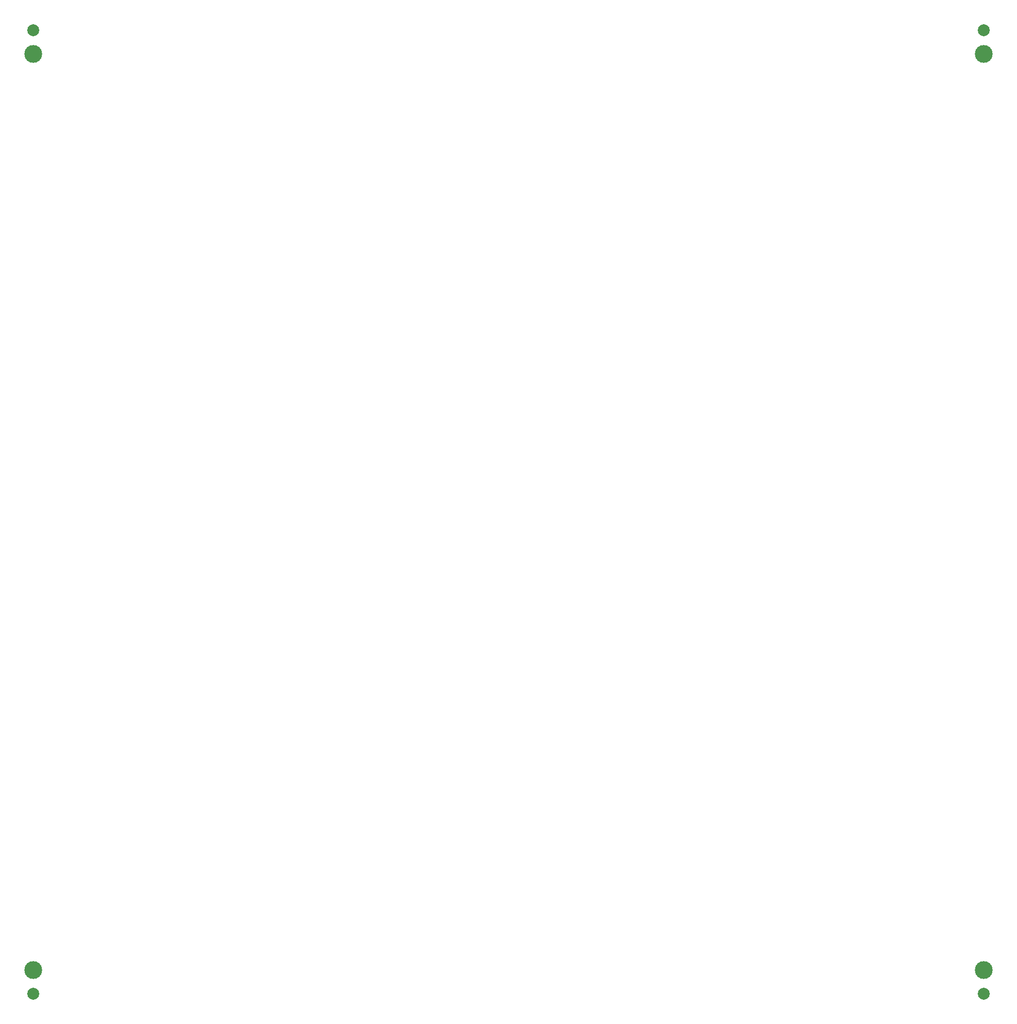
<source format=gbp>
G04 #@! TF.GenerationSoftware,KiCad,Pcbnew,6.0.0-d3dd2cf0fa~116~ubuntu20.04.1*
G04 #@! TF.CreationDate,2023-02-13T12:59:42+00:00*
G04 #@! TF.ProjectId,pixel-pump-motor-board-panel,70697865-6c2d-4707-956d-702d6d6f746f,rev?*
G04 #@! TF.SameCoordinates,Original*
G04 #@! TF.FileFunction,Paste,Bot*
G04 #@! TF.FilePolarity,Positive*
%FSLAX46Y46*%
G04 Gerber Fmt 4.6, Leading zero omitted, Abs format (unit mm)*
G04 Created by KiCad (PCBNEW 6.0.0-d3dd2cf0fa~116~ubuntu20.04.1) date 2023-02-13 12:59:42*
%MOMM*%
%LPD*%
G01*
G04 APERTURE LIST*
%ADD10C,3.000000*%
%ADD11C,2.000000*%
G04 APERTURE END LIST*
D10*
G04 #@! TO.C,REF\u002A\u002A*
X4000000Y-160797842D03*
G04 #@! TD*
G04 #@! TO.C,REF\u002A\u002A*
X163795686Y-160797842D03*
G04 #@! TD*
G04 #@! TO.C,REF\u002A\u002A*
X4000000Y-7000000D03*
G04 #@! TD*
G04 #@! TO.C,REF\u002A\u002A*
X163795686Y-7000000D03*
G04 #@! TD*
D11*
G04 #@! TO.C,REF\u002A\u002A*
X4000000Y-3000000D03*
G04 #@! TD*
G04 #@! TO.C,REF\u002A\u002A*
X163795686Y-164797842D03*
G04 #@! TD*
G04 #@! TO.C,REF\u002A\u002A*
X4000000Y-164797842D03*
G04 #@! TD*
G04 #@! TO.C,REF\u002A\u002A*
X163795686Y-3000000D03*
G04 #@! TD*
M02*

</source>
